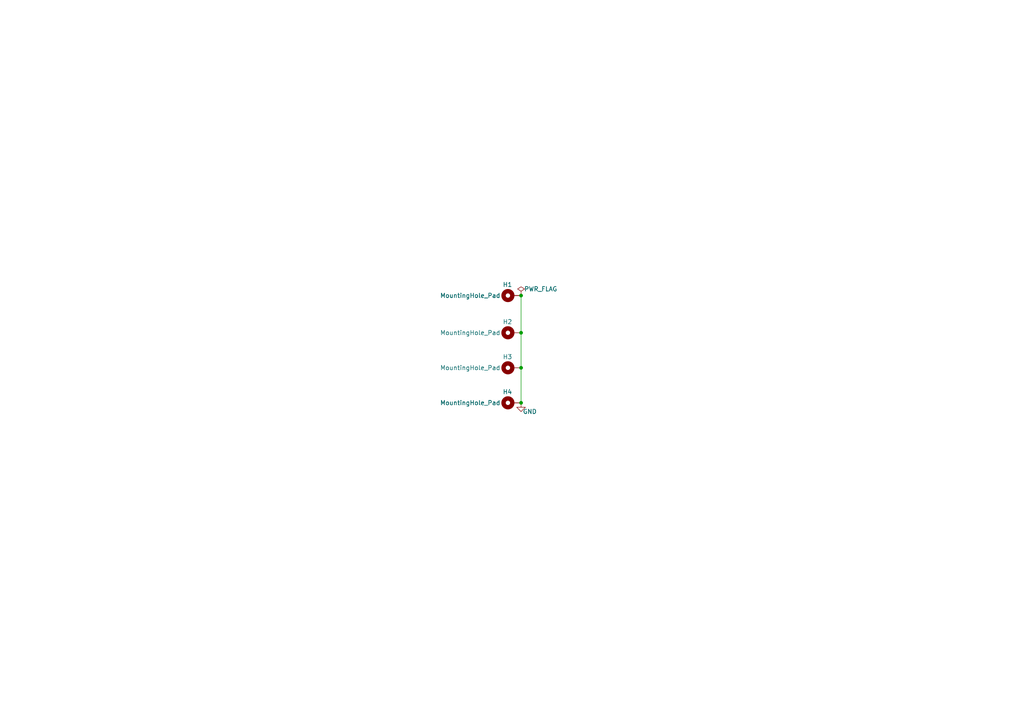
<source format=kicad_sch>
(kicad_sch (version 20210406) (generator eeschema)
  (paper "A4")
  (lib_symbols
    (symbol "Mechanical:MountingHole_Pad" (pin_numbers hide) (pin_names (offset 1.016) hide)
      (property "Reference" "H" (at 0 6.35 0))
      (property "Value" "MountingHole_Pad" (at 0 4.445 0))
      (symbol "MountingHole_Pad_0_1"
        (circle (center 0 1.27) (radius 1.27) (stroke (width 1.27)))
      )
      (symbol "MountingHole_Pad_1_1"
        (pin input line (at 0 -2.54 90) (length 2.54) (name "1") (number "1"))
      )
    )
    (symbol "power:GND" (power) (pin_names (offset 0))
      (property "Value" "GND" (at 0 -3.81 0))
      (symbol "GND_0_1"
        (polyline (pts (xy 0 0) (xy 0 -1.27) (xy 1.27 -1.27) (xy 0 -2.54) (xy -1.27 -1.27) (xy 0 -1.27)))
      )
      (symbol "GND_1_1"
        (pin power_in line (at 0 0 270) (length 0) hide (name "GND") (number "1"))
      )
    )
    (symbol "power:PWR_FLAG" (power) (pin_numbers hide) (pin_names (offset 0) hide)
      (property "Value" "PWR_FLAG" (at 0 3.81 0))
      (symbol "PWR_FLAG_0_0"
        (pin power_out line (at 0 0 90) (length 0) (name "pwr") (number "1"))
      )
      (symbol "PWR_FLAG_0_1"
        (polyline (pts (xy 0 0) (xy 0 1.27) (xy -1.016 1.905) (xy 0 2.54) (xy 1.016 1.905) (xy 0 1.27)))
      )
    )
  )
  (junction (at 151.13 85.725) (diameter 0.9144))
  (junction (at 151.13 96.52) (diameter 0.9144))
  (junction (at 151.13 106.68) (diameter 0.9144))
  (junction (at 151.13 116.84) (diameter 0.9144))
  (wire (pts (xy 151.13 85.725) (xy 151.13 96.52)))
  (wire (pts (xy 151.13 96.52) (xy 151.13 106.68)))
  (wire (pts (xy 151.13 106.68) (xy 151.13 116.84)))
  (symbol (lib_id "power:PWR_FLAG") (at 151.13 85.725 0) (unit 1)
    (property "Reference" "#FLG0101" (effects hide))
    (property "Value" "PWR_FLAG" (at 156.845 83.82 0))
  )
  (symbol (lib_id "power:GND") (at 151.13 116.84 0) (unit 1)
    (property "Reference" "#PWR0101" (effects hide))
    (property "Value" "GND" (at 153.67 119.38 0))
  )
  (symbol (lib_id "Mechanical:MountingHole_Pad") (at 148.59 85.725 90) (unit 1)
    (property "Reference" "H1" (at 147.193 82.55 90))
    (property "Value" "MountingHole_Pad" (at 136.398 85.725 90))
    (property "Footprint" "MountingHole:MountingHole_2.5mm_Pad" (effects hide))
  )
  (symbol (lib_id "Mechanical:MountingHole_Pad") (at 148.59 96.52 90) (unit 1)
    (property "Reference" "H2" (at 147.193 93.345 90))
    (property "Value" "MountingHole_Pad" (at 136.398 96.52 90))
    (property "Footprint" "MountingHole:MountingHole_2.5mm_Pad" (effects hide))
  )
  (symbol (lib_id "Mechanical:MountingHole_Pad") (at 148.59 106.68 90) (unit 1)
    (property "Reference" "H3" (at 147.193 103.505 90))
    (property "Value" "MountingHole_Pad" (at 136.398 106.68 90))
    (property "Footprint" "MountingHole:MountingHole_2.5mm_Pad" (effects hide))
  )
  (symbol (lib_id "Mechanical:MountingHole_Pad") (at 148.59 116.84 90) (unit 1)
    (property "Reference" "H4" (at 147.193 113.665 90))
    (property "Value" "MountingHole_Pad" (at 136.398 116.84 90))
    (property "Footprint" "MountingHole:MountingHole_2.5mm_Pad" (effects hide))
  )
)
</source>
